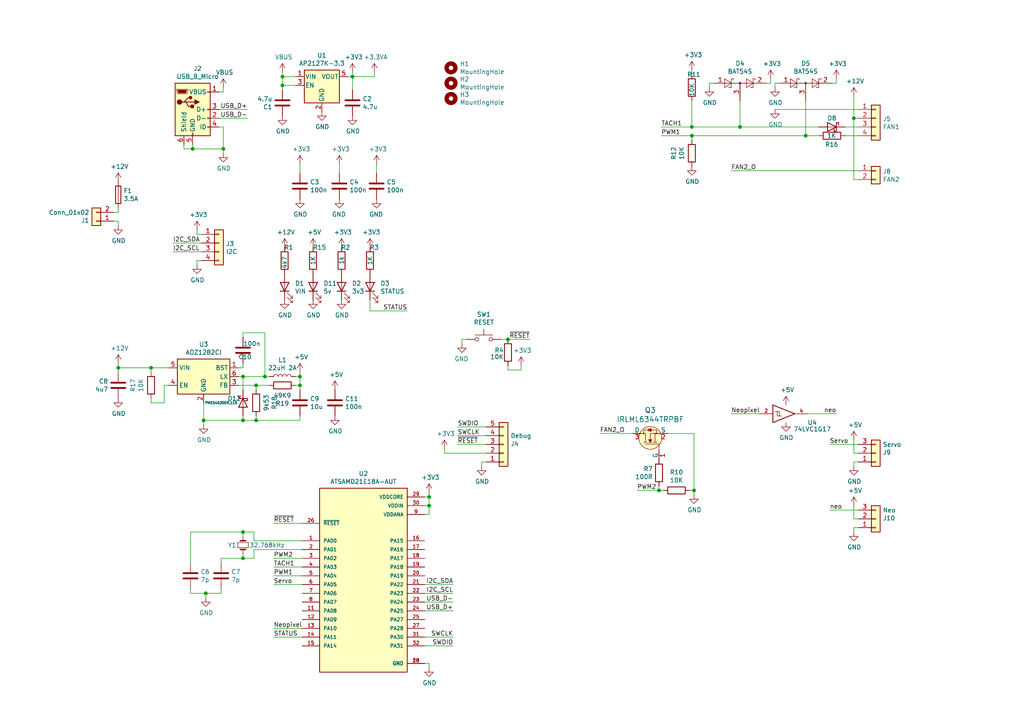
<source format=kicad_sch>
(kicad_sch (version 20211123) (generator eeschema)
  (paper "A4")
  (lib_symbols
    (symbol "74xGxx:74LVC1G17" (pin_names (offset 1.016))
      (property "Reference" "U" (at -2.54 3.81 0))
      (property "Value" "74LVC1G17" (at 0 -3.81 0))
      (symbol "74LVC1G17_1_1"
        (pin input line (at -7.62 0 0) (length 3.81) (name "~") (number "2"))
        (pin power_in line (at 0 -2.54 270) (length 0) hide (name "GND") (number "3"))
        (pin output line (at 6.35 0 180) (length 3.81) (name "~") (number "4"))
        (pin power_in line (at 0 2.54 90) (length 0) hide (name "VCC") (number "5"))
      )
    )
    (symbol "Connector:USB_B_Micro" (pin_names (offset 1.016))
      (property "Reference" "J" (at -5.08 11.43 0))
      (property "Value" "USB_B_Micro" (at -5.08 8.89 0))
      (symbol "USB_B_Micro_1_1"
        (pin power_out line (at 7.62 5.08 180) (length 2.54) (name "VBUS") (number "1"))
        (pin bidirectional line (at 7.62 -2.54 180) (length 2.54) (name "D-") (number "2"))
        (pin bidirectional line (at 7.62 0 180) (length 2.54) (name "D+") (number "3"))
        (pin passive line (at 7.62 -5.08 180) (length 2.54) (name "ID") (number "4"))
        (pin power_out line (at 0 -10.16 90) (length 2.54) (name "GND") (number "5"))
        (pin passive line (at -2.54 -10.16 90) (length 2.54) (name "Shield") (number "6"))
      )
    )
    (symbol "Connector_Generic:Conn_01x02" (pin_names (offset 1.016) hide)
      (property "Reference" "J" (at 0 2.54 0))
      (property "Value" "Conn_01x02" (at 0 -5.08 0))
      (symbol "Conn_01x02_1_1"
        (pin passive line (at -5.08 0 0) (length 3.81) (name "Pin_1") (number "1"))
        (pin passive line (at -5.08 -2.54 0) (length 3.81) (name "Pin_2") (number "2"))
      )
    )
    (symbol "Connector_Generic:Conn_01x03" (pin_names (offset 1.016) hide)
      (property "Reference" "J" (at 0 5.08 0))
      (property "Value" "Conn_01x03" (at 0 -5.08 0))
      (symbol "Conn_01x03_1_1"
        (pin passive line (at -5.08 2.54 0) (length 3.81) (name "Pin_1") (number "1"))
        (pin passive line (at -5.08 0 0) (length 3.81) (name "Pin_2") (number "2"))
        (pin passive line (at -5.08 -2.54 0) (length 3.81) (name "Pin_3") (number "3"))
      )
    )
    (symbol "Connector_Generic:Conn_01x04" (pin_names (offset 1.016) hide)
      (property "Reference" "J" (at 0 5.08 0))
      (property "Value" "Conn_01x04" (at 0 -7.62 0))
      (symbol "Conn_01x04_1_1"
        (pin passive line (at -5.08 2.54 0) (length 3.81) (name "Pin_1") (number "1"))
        (pin passive line (at -5.08 0 0) (length 3.81) (name "Pin_2") (number "2"))
        (pin passive line (at -5.08 -2.54 0) (length 3.81) (name "Pin_3") (number "3"))
        (pin passive line (at -5.08 -5.08 0) (length 3.81) (name "Pin_4") (number "4"))
      )
    )
    (symbol "Connector_Generic:Conn_01x05" (pin_names (offset 1.016) hide)
      (property "Reference" "J" (at 0 7.62 0))
      (property "Value" "Conn_01x05" (at 0 -7.62 0))
      (symbol "Conn_01x05_1_1"
        (pin passive line (at -5.08 5.08 0) (length 3.81) (name "Pin_1") (number "1"))
        (pin passive line (at -5.08 2.54 0) (length 3.81) (name "Pin_2") (number "2"))
        (pin passive line (at -5.08 0 0) (length 3.81) (name "Pin_3") (number "3"))
        (pin passive line (at -5.08 -2.54 0) (length 3.81) (name "Pin_4") (number "4"))
        (pin passive line (at -5.08 -5.08 0) (length 3.81) (name "Pin_5") (number "5"))
      )
    )
    (symbol "Device:C" (pin_numbers hide) (pin_names (offset 0.254))
      (property "Reference" "C" (at 0.635 2.54 0))
      (property "Value" "C" (at 0.635 -2.54 0))
      (symbol "C_1_1"
        (pin passive line (at 0 3.81 270) (length 2.794) (name "~") (number "1"))
        (pin passive line (at 0 -3.81 90) (length 2.794) (name "~") (number "2"))
      )
    )
    (symbol "Device:Crystal_Small" (pin_numbers hide) (pin_names (offset 1.016) hide)
      (property "Reference" "Y" (at 0 2.54 0))
      (property "Value" "Crystal_Small" (at 0 -2.54 0))
      (symbol "Crystal_Small_1_1"
        (pin passive line (at -2.54 0 0) (length 1.27) (name "1") (number "1"))
        (pin passive line (at 2.54 0 180) (length 1.27) (name "2") (number "2"))
      )
    )
    (symbol "Device:D_Schottky" (pin_numbers hide) (pin_names (offset 1.016) hide)
      (property "Reference" "D" (at 0 2.54 0))
      (property "Value" "D_Schottky" (at 0 -2.54 0))
      (symbol "D_Schottky_1_1"
        (pin passive line (at -3.81 0 0) (length 2.54) (name "K") (number "1"))
        (pin passive line (at 3.81 0 180) (length 2.54) (name "A") (number "2"))
      )
    )
    (symbol "Device:Fuse" (pin_numbers hide) (pin_names (offset 0))
      (property "Reference" "F" (at 2.032 0 90))
      (property "Value" "Fuse" (at -1.905 0 90))
      (symbol "Fuse_1_1"
        (pin passive line (at 0 3.81 270) (length 1.27) (name "~") (number "1"))
        (pin passive line (at 0 -3.81 90) (length 1.27) (name "~") (number "2"))
      )
    )
    (symbol "Device:L" (pin_numbers hide) (pin_names (offset 1.016) hide)
      (property "Reference" "L" (at -1.27 0 90))
      (property "Value" "L" (at 1.905 0 90))
      (symbol "L_1_1"
        (pin passive line (at 0 3.81 270) (length 1.27) (name "1") (number "1"))
        (pin passive line (at 0 -3.81 90) (length 1.27) (name "2") (number "2"))
      )
    )
    (symbol "Device:LED" (pin_numbers hide) (pin_names (offset 1.016) hide)
      (property "Reference" "D" (at 0 2.54 0))
      (property "Value" "LED" (at 0 -2.54 0))
      (symbol "LED_1_1"
        (pin passive line (at -3.81 0 0) (length 2.54) (name "K") (number "1"))
        (pin passive line (at 3.81 0 180) (length 2.54) (name "A") (number "2"))
      )
    )
    (symbol "Device:R" (pin_numbers hide) (pin_names (offset 0))
      (property "Reference" "R" (at 2.032 0 90))
      (property "Value" "R" (at 0 0 90))
      (symbol "R_1_1"
        (pin passive line (at 0 3.81 270) (length 1.27) (name "~") (number "1"))
        (pin passive line (at 0 -3.81 90) (length 1.27) (name "~") (number "2"))
      )
    )
    (symbol "Diode:BAT54SW" (pin_names (offset 1.016))
      (property "Reference" "D" (at 0.635 -3.81 0))
      (property "Value" "BAT54SW" (at -6.35 3.175 0))
      (symbol "BAT54SW_1_1"
        (pin passive line (at -7.62 0 0) (length 3.81) (name "~") (number "1"))
        (pin passive line (at 7.62 0 180) (length 3.81) (name "~") (number "2"))
        (pin passive line (at 0 -5.08 90) (length 5.08) (name "~") (number "3"))
      )
    )
    (symbol "Mechanical:MountingHole" (pin_names (offset 1.016))
      (property "Reference" "H" (at 0 5.08 0))
      (property "Value" "MountingHole" (at 0 3.175 0))
    )
    (symbol "NevermoreController-rescue:AOZ1282CI-Regulator_Switching"
      (property "Reference" "U" (at -6.35 -6.35 0))
      (property "Value" "AOZ1282CI-Regulator_Switching" (at -2.54 6.35 0))
      (symbol "AOZ1282CI-Regulator_Switching_1_1"
        (pin input line (at 10.16 2.54 180) (length 2.54) (name "BST") (number "1"))
        (pin power_in line (at 0 -7.62 90) (length 2.54) (name "GND") (number "2"))
        (pin input line (at 10.16 -2.54 180) (length 2.54) (name "FB") (number "3"))
        (pin input line (at -10.16 -2.54 0) (length 2.54) (name "EN") (number "4"))
        (pin power_in line (at -10.16 2.54 0) (length 2.54) (name "VIN") (number "5"))
        (pin power_out line (at 10.16 0 180) (length 2.54) (name "LX") (number "6"))
      )
    )
    (symbol "NevermoreController-rescue:ATSAMD21E18A-AUT-ATSAMD21E18A-AUT" (pin_names (offset 1.016))
      (property "Reference" "U" (at -12.7 26.67 0))
      (property "Value" "ATSAMD21E18A-AUT-ATSAMD21E18A-AUT" (at -12.7 -30.48 0))
      (symbol "ATSAMD21E18A-AUT-ATSAMD21E18A-AUT_0_0"
        (pin bidirectional line (at -17.78 10.16 0) (length 5.08) (name "PA00") (number "1"))
        (pin power_in line (at 17.78 -25.4 180) (length 5.08) (name "GND") (number "10"))
        (pin bidirectional line (at -17.78 -10.16 0) (length 5.08) (name "PA08") (number "11"))
        (pin bidirectional line (at -17.78 -12.7 0) (length 5.08) (name "PA09") (number "12"))
        (pin bidirectional line (at -17.78 -15.24 0) (length 5.08) (name "PA10") (number "13"))
        (pin bidirectional line (at -17.78 -17.78 0) (length 5.08) (name "PA11") (number "14"))
        (pin bidirectional line (at -17.78 -20.32 0) (length 5.08) (name "PA14") (number "15"))
        (pin bidirectional line (at 17.78 10.16 180) (length 5.08) (name "PA15") (number "16"))
        (pin bidirectional line (at 17.78 7.62 180) (length 5.08) (name "PA16") (number "17"))
        (pin bidirectional line (at 17.78 5.08 180) (length 5.08) (name "PA17") (number "18"))
        (pin bidirectional line (at 17.78 2.54 180) (length 5.08) (name "PA18") (number "19"))
        (pin bidirectional line (at -17.78 7.62 0) (length 5.08) (name "PA01") (number "2"))
        (pin bidirectional line (at 17.78 0 180) (length 5.08) (name "PA19") (number "20"))
        (pin bidirectional line (at 17.78 -2.54 180) (length 5.08) (name "PA22") (number "21"))
        (pin bidirectional line (at 17.78 -5.08 180) (length 5.08) (name "PA23") (number "22"))
        (pin bidirectional line (at 17.78 -7.62 180) (length 5.08) (name "PA24") (number "23"))
        (pin bidirectional line (at 17.78 -10.16 180) (length 5.08) (name "PA25") (number "24"))
        (pin bidirectional line (at 17.78 -12.7 180) (length 5.08) (name "PA27") (number "25"))
        (pin input line (at -17.78 15.24 0) (length 5.08) (name "~{RESET}") (number "26"))
        (pin bidirectional line (at 17.78 -15.24 180) (length 5.08) (name "PA28") (number "27"))
        (pin power_in line (at 17.78 -25.4 180) (length 5.08) (name "GND") (number "28"))
        (pin power_in line (at 17.78 22.86 180) (length 5.08) (name "VDDCORE") (number "29"))
        (pin bidirectional line (at -17.78 5.08 0) (length 5.08) (name "PA02") (number "3"))
        (pin power_in line (at 17.78 20.32 180) (length 5.08) (name "VDDIN") (number "30"))
        (pin bidirectional line (at 17.78 -17.78 180) (length 5.08) (name "PA30") (number "31"))
        (pin bidirectional line (at 17.78 -20.32 180) (length 5.08) (name "PA31") (number "32"))
        (pin bidirectional line (at -17.78 2.54 0) (length 5.08) (name "PA03") (number "4"))
        (pin bidirectional line (at -17.78 0 0) (length 5.08) (name "PA04") (number "5"))
        (pin bidirectional line (at -17.78 -2.54 0) (length 5.08) (name "PA05") (number "6"))
        (pin bidirectional line (at -17.78 -5.08 0) (length 5.08) (name "PA06") (number "7"))
        (pin bidirectional line (at -17.78 -7.62 0) (length 5.08) (name "PA07") (number "8"))
        (pin power_in line (at 17.78 17.78 180) (length 5.08) (name "VDDANA") (number "9"))
      )
    )
    (symbol "Regulator_Linear:AP2127K-3.3" (pin_names (offset 0.254))
      (property "Reference" "U" (at -5.08 5.715 0))
      (property "Value" "AP2127K-3.3" (at 0 5.715 0))
      (symbol "AP2127K-3.3_1_1"
        (pin power_in line (at -7.62 2.54 0) (length 2.54) (name "VIN") (number "1"))
        (pin power_in line (at 0 -7.62 90) (length 2.54) (name "GND") (number "2"))
        (pin input line (at -7.62 0 0) (length 2.54) (name "EN") (number "3"))
        (pin no_connect line (at 5.08 0 180) (length 2.54) hide (name "NC") (number "4"))
        (pin power_out line (at 7.62 2.54 180) (length 2.54) (name "VOUT") (number "5"))
      )
    )
    (symbol "Switch:SW_Push" (pin_numbers hide) (pin_names (offset 1.016) hide)
      (property "Reference" "SW" (at 1.27 2.54 0))
      (property "Value" "SW_Push" (at 0 -1.524 0))
      (symbol "SW_Push_0_1"
        (pin passive line (at -5.08 0 0) (length 2.54) (name "1") (number "1"))
        (pin passive line (at 5.08 0 180) (length 2.54) (name "2") (number "2"))
      )
    )
    (symbol "dk_Transistors-FETs-MOSFETs-Single:IRLML6344TRPBF" (pin_names (offset 0))
      (property "Reference" "Q" (at -2.6924 3.6322 0))
      (property "Value" "dk_Transistors-FETs-MOSFETs-Single_IRLML6344TRPBF" (at 3.4544 0 90))
      (symbol "IRLML6344TRPBF_1_1"
        (pin bidirectional line (at -7.62 -2.54 0) (length 2.54) (name "G") (number "1"))
        (pin bidirectional line (at 0 -5.08 90) (length 2.54) (name "S") (number "2"))
        (pin bidirectional line (at 0 5.08 270) (length 2.54) (name "D") (number "3"))
      )
    )
    (symbol "power:+12V" (power) (pin_names (offset 0))
      (property "Value" "+12V" (at 0 3.556 0))
      (symbol "+12V_1_1"
        (pin power_in line (at 0 0 90) (length 0) hide (name "+12V") (number "1"))
      )
    )
    (symbol "power:+3.3VA" (power) (pin_names (offset 0))
      (property "Value" "+3.3VA" (at 0 3.556 0))
      (symbol "+3.3VA_1_1"
        (pin power_in line (at 0 0 90) (length 0) hide (name "+3.3VA") (number "1"))
      )
    )
    (symbol "power:+3V3" (power) (pin_names (offset 0))
      (property "Value" "+3V3" (at 0 3.556 0))
      (symbol "+3V3_1_1"
        (pin power_in line (at 0 0 90) (length 0) hide (name "+3V3") (number "1"))
      )
    )
    (symbol "power:+5V" (power) (pin_names (offset 0))
      (property "Value" "+5V" (at 0 3.556 0))
      (symbol "+5V_1_1"
        (pin power_in line (at 0 0 90) (length 0) hide (name "+5V") (number "1"))
      )
    )
    (symbol "power:GND" (power) (pin_names (offset 0))
      (property "Value" "GND" (at 0 -3.81 0))
      (symbol "GND_1_1"
        (pin power_in line (at 0 0 270) (length 0) hide (name "GND") (number "1"))
      )
    )
    (symbol "power:VBUS" (power) (pin_names (offset 0))
      (property "Value" "VBUS" (at 0 3.81 0))
      (symbol "VBUS_1_1"
        (pin power_in line (at 0 0 90) (length 0) hide (name "VBUS") (number "1"))
      )
    )
  )
  (junction (at 201.295 142.24))
  (junction (at 200.66 36.83))
  (junction (at 233.68 39.37))
  (junction (at 86.995 109.22))
  (junction (at 102.235 22.225))
  (junction (at 74.295 111.76))
  (junction (at 124.46 146.685))
  (junction (at 247.65 34.29))
  (junction (at 59.055 121.92))
  (junction (at 34.29 106.68))
  (junction (at 70.485 154.305))
  (junction (at 64.77 43.18))
  (junction (at 70.485 109.22))
  (junction (at 86.995 111.76))
  (junction (at 55.88 43.18))
  (junction (at 59.69 172.085))
  (junction (at 191.135 142.24))
  (junction (at 81.915 24.765))
  (junction (at 74.295 121.92))
  (junction (at 43.815 106.68))
  (junction (at 200.66 39.37))
  (junction (at 81.915 22.225))
  (junction (at 214.63 36.83))
  (junction (at 147.32 98.425))
  (junction (at 124.46 144.145))
  (junction (at 353.06 124.46))
  (junction (at 70.485 121.92))
  (junction (at 76.835 109.22))
  (junction (at 70.485 161.925))
  (wire (pts (xy 63.5 34.29) (xy 71.755 34.29)))
  (wire (pts (xy 57.15 75.565) (xy 58.42 75.565)))
  (wire (pts (xy 55.245 163.195) (xy 55.245 154.305)))
  (wire (pts (xy 248.92 128.905) (xy 240.665 128.905)))
  (wire (pts (xy 200.66 40.64) (xy 200.66 39.37)))
  (wire (pts (xy 131.445 169.545) (xy 123.19 169.545)))
  (wire (pts (xy 132.715 128.905) (xy 140.97 128.905)))
  (wire (pts (xy 353.06 124.46) (xy 358.14 124.46)))
  (wire (pts (xy 69.215 111.76) (xy 74.295 111.76)))
  (wire (pts (xy 76.835 109.22) (xy 78.105 109.22)))
  (wire (pts (xy 233.68 29.21) (xy 233.68 39.37)))
  (wire (pts (xy 107.315 90.17) (xy 118.11 90.17)))
  (wire (pts (xy 79.375 184.785) (xy 87.63 184.785)))
  (wire (pts (xy 70.485 154.305) (xy 73.66 154.305)))
  (wire (pts (xy 123.19 177.165) (xy 131.445 177.165)))
  (wire (pts (xy 55.245 154.305) (xy 70.485 154.305)))
  (wire (pts (xy 50.165 73.025) (xy 58.42 73.025)))
  (wire (pts (xy 74.295 120.65) (xy 74.295 121.92)))
  (wire (pts (xy 201.295 142.24) (xy 201.295 125.73)))
  (wire (pts (xy 79.375 167.005) (xy 87.63 167.005)))
  (wire (pts (xy 85.725 109.22) (xy 86.995 109.22)))
  (wire (pts (xy 55.245 170.815) (xy 55.245 172.085)))
  (wire (pts (xy 87.63 182.245) (xy 79.375 182.245)))
  (wire (pts (xy 131.445 184.785) (xy 123.19 184.785)))
  (wire (pts (xy 205.74 24.13) (xy 207.01 24.13)))
  (wire (pts (xy 123.19 174.625) (xy 131.445 174.625)))
  (wire (pts (xy 139.7 133.985) (xy 140.97 133.985)))
  (wire (pts (xy 86.995 111.76) (xy 86.995 113.03)))
  (wire (pts (xy 224.79 31.75) (xy 248.92 31.75)))
  (wire (pts (xy 43.815 115.57) (xy 43.815 116.84)))
  (wire (pts (xy 247.65 146.685) (xy 247.65 150.495)))
  (wire (pts (xy 70.485 161.925) (xy 73.66 161.925)))
  (wire (pts (xy 123.19 144.145) (xy 124.46 144.145)))
  (wire (pts (xy 128.905 130.175) (xy 128.905 131.445)))
  (wire (pts (xy 109.22 47.625) (xy 109.22 50.165)))
  (wire (pts (xy 74.295 121.92) (xy 70.485 121.92)))
  (wire (pts (xy 64.77 26.67) (xy 63.5 26.67)))
  (wire (pts (xy 34.29 61.595) (xy 34.29 60.325)))
  (wire (pts (xy 64.135 163.195) (xy 64.135 161.925)))
  (wire (pts (xy 124.46 192.405) (xy 124.46 193.675)))
  (wire (pts (xy 34.29 106.68) (xy 43.815 106.68)))
  (wire (pts (xy 247.65 150.495) (xy 248.92 150.495)))
  (wire (pts (xy 81.915 24.765) (xy 81.915 26.035)))
  (wire (pts (xy 73.66 154.305) (xy 73.66 156.845)))
  (wire (pts (xy 100.965 22.225) (xy 102.235 22.225)))
  (wire (pts (xy 247.65 131.445) (xy 248.92 131.445)))
  (wire (pts (xy 133.985 98.425) (xy 135.255 98.425)))
  (wire (pts (xy 212.09 49.53) (xy 248.92 49.53)))
  (wire (pts (xy 191.77 39.37) (xy 200.66 39.37)))
  (wire (pts (xy 79.375 151.765) (xy 87.63 151.765)))
  (wire (pts (xy 73.66 156.845) (xy 87.63 156.845)))
  (wire (pts (xy 70.485 97.79) (xy 70.485 96.52)))
  (wire (pts (xy 123.19 149.225) (xy 124.46 149.225)))
  (wire (pts (xy 124.46 149.225) (xy 124.46 146.685)))
  (wire (pts (xy 214.63 29.21) (xy 214.63 36.83)))
  (wire (pts (xy 123.19 146.685) (xy 124.46 146.685)))
  (wire (pts (xy 151.13 107.315) (xy 151.13 106.045)))
  (wire (pts (xy 43.815 106.68) (xy 48.895 106.68)))
  (wire (pts (xy 200.025 142.24) (xy 201.295 142.24)))
  (wire (pts (xy 87.63 169.545) (xy 79.375 169.545)))
  (wire (pts (xy 50.165 70.485) (xy 58.42 70.485)))
  (wire (pts (xy 86.995 109.22) (xy 86.995 111.76)))
  (wire (pts (xy 86.995 121.92) (xy 86.995 120.65)))
  (wire (pts (xy 70.485 120.65) (xy 70.485 121.92)))
  (wire (pts (xy 74.295 121.92) (xy 86.995 121.92)))
  (wire (pts (xy 81.915 22.225) (xy 85.725 22.225)))
  (wire (pts (xy 73.66 159.385) (xy 73.66 161.925)))
  (wire (pts (xy 85.725 24.765) (xy 81.915 24.765)))
  (wire (pts (xy 74.295 111.76) (xy 78.105 111.76)))
  (wire (pts (xy 242.57 24.13) (xy 242.57 22.86)))
  (wire (pts (xy 70.485 96.52) (xy 76.835 96.52)))
  (wire (pts (xy 107.315 86.995) (xy 107.315 90.17)))
  (wire (pts (xy 191.77 36.83) (xy 200.66 36.83)))
  (wire (pts (xy 247.65 127.635) (xy 247.65 131.445)))
  (wire (pts (xy 247.65 135.255) (xy 247.65 133.985)))
  (wire (pts (xy 108.585 22.225) (xy 108.585 20.955)))
  (wire (pts (xy 53.34 41.91) (xy 53.34 43.18)))
  (wire (pts (xy 33.02 64.135) (xy 34.29 64.135)))
  (wire (pts (xy 147.32 107.315) (xy 151.13 107.315)))
  (wire (pts (xy 222.25 24.13) (xy 223.52 24.13)))
  (wire (pts (xy 70.485 121.92) (xy 59.055 121.92)))
  (wire (pts (xy 63.5 31.75) (xy 71.755 31.75)))
  (wire (pts (xy 200.66 39.37) (xy 233.68 39.37)))
  (wire (pts (xy 351.79 129.54) (xy 353.06 129.54)))
  (wire (pts (xy 57.15 76.835) (xy 57.15 75.565)))
  (wire (pts (xy 64.135 172.085) (xy 64.135 170.815)))
  (wire (pts (xy 70.485 109.22) (xy 76.835 109.22)))
  (wire (pts (xy 102.235 22.225) (xy 102.235 20.955)))
  (wire (pts (xy 358.14 124.46) (xy 358.14 125.73)))
  (wire (pts (xy 98.425 47.625) (xy 98.425 50.165)))
  (wire (pts (xy 200.66 29.21) (xy 200.66 36.83)))
  (wire (pts (xy 57.15 66.675) (xy 57.15 67.945)))
  (wire (pts (xy 248.92 34.29) (xy 247.65 34.29)))
  (wire (pts (xy 47.625 111.76) (xy 47.625 116.84)))
  (wire (pts (xy 353.06 124.46) (xy 353.06 123.19)))
  (wire (pts (xy 124.46 146.685) (xy 124.46 144.145)))
  (wire (pts (xy 55.245 172.085) (xy 59.69 172.085)))
  (wire (pts (xy 70.485 106.68) (xy 70.485 105.41)))
  (wire (pts (xy 173.99 125.73) (xy 183.515 125.73)))
  (wire (pts (xy 234.315 120.015) (xy 242.57 120.015)))
  (wire (pts (xy 237.49 39.37) (xy 233.68 39.37)))
  (wire (pts (xy 55.88 43.18) (xy 55.88 41.91)))
  (wire (pts (xy 64.77 43.18) (xy 55.88 43.18)))
  (wire (pts (xy 191.135 142.24) (xy 184.785 142.24)))
  (wire (pts (xy 70.485 109.22) (xy 70.485 113.03)))
  (wire (pts (xy 85.725 111.76) (xy 86.995 111.76)))
  (wire (pts (xy 48.895 111.76) (xy 47.625 111.76)))
  (wire (pts (xy 81.915 20.955) (xy 81.915 22.225)))
  (wire (pts (xy 70.485 160.655) (xy 70.485 161.925)))
  (wire (pts (xy 351.79 124.46) (xy 353.06 124.46)))
  (wire (pts (xy 76.835 96.52) (xy 76.835 109.22)))
  (wire (pts (xy 59.055 123.19) (xy 59.055 121.92)))
  (wire (pts (xy 69.215 106.68) (xy 70.485 106.68)))
  (wire (pts (xy 241.3 24.13) (xy 242.57 24.13)))
  (wire (pts (xy 131.445 172.085) (xy 123.19 172.085)))
  (wire (pts (xy 131.445 187.325) (xy 123.19 187.325)))
  (wire (pts (xy 153.67 98.425) (xy 147.32 98.425)))
  (wire (pts (xy 64.77 36.83) (xy 64.77 43.18)))
  (wire (pts (xy 69.215 109.22) (xy 70.485 109.22)))
  (wire (pts (xy 53.34 43.18) (xy 55.88 43.18)))
  (wire (pts (xy 223.52 24.13) (xy 223.52 22.86)))
  (wire (pts (xy 34.29 105.41) (xy 34.29 106.68)))
  (wire (pts (xy 245.11 39.37) (xy 248.92 39.37)))
  (wire (pts (xy 102.235 22.225) (xy 102.235 26.035)))
  (wire (pts (xy 247.65 154.305) (xy 247.65 153.035)))
  (wire (pts (xy 220.345 120.015) (xy 212.09 120.015)))
  (wire (pts (xy 43.815 116.84) (xy 47.625 116.84)))
  (wire (pts (xy 86.995 47.625) (xy 86.995 50.165)))
  (wire (pts (xy 128.905 131.445) (xy 140.97 131.445)))
  (wire (pts (xy 191.135 142.24) (xy 192.405 142.24)))
  (wire (pts (xy 147.32 106.045) (xy 147.32 107.315)))
  (wire (pts (xy 79.375 164.465) (xy 87.63 164.465)))
  (wire (pts (xy 247.65 153.035) (xy 248.92 153.035)))
  (wire (pts (xy 102.235 22.225) (xy 108.585 22.225)))
  (wire (pts (xy 191.135 140.97) (xy 191.135 142.24)))
  (wire (pts (xy 81.915 22.225) (xy 81.915 24.765)))
  (wire (pts (xy 74.295 113.03) (xy 74.295 111.76)))
  (wire (pts (xy 64.77 25.4) (xy 64.77 26.67)))
  (wire (pts (xy 132.715 126.365) (xy 140.97 126.365)))
  (wire (pts (xy 133.985 98.425) (xy 133.985 99.695)))
  (wire (pts (xy 248.92 147.955) (xy 240.665 147.955)))
  (wire (pts (xy 247.65 133.985) (xy 248.92 133.985)))
  (wire (pts (xy 245.11 36.83) (xy 248.92 36.83)))
  (wire (pts (xy 123.19 192.405) (xy 124.46 192.405)))
  (wire (pts (xy 124.46 144.145) (xy 124.46 142.875)))
  (wire (pts (xy 79.375 161.925) (xy 87.63 161.925)))
  (wire (pts (xy 64.77 43.18) (xy 64.77 44.45)))
  (wire (pts (xy 33.02 61.595) (xy 34.29 61.595)))
  (wire (pts (xy 43.815 106.68) (xy 43.815 107.95)))
  (wire (pts (xy 59.69 172.085) (xy 64.135 172.085)))
  (wire (pts (xy 353.06 129.54) (xy 353.06 124.46)))
  (wire (pts (xy 200.66 20.32) (xy 200.66 21.59)))
  (wire (pts (xy 248.92 52.07) (xy 247.65 52.07)))
  (wire (pts (xy 64.135 161.925) (xy 70.485 161.925)))
  (wire (pts (xy 201.295 142.24) (xy 201.295 143.51)))
  (wire (pts (xy 86.995 109.22) (xy 86.995 107.95)))
  (wire (pts (xy 224.79 25.4) (xy 224.79 24.13)))
  (wire (pts (xy 247.65 27.94) (xy 247.65 34.29)))
  (wire (pts (xy 205.74 25.4) (xy 205.74 24.13)))
  (wire (pts (xy 63.5 36.83) (xy 64.77 36.83)))
  (wire (pts (xy 237.49 36.83) (xy 214.63 36.83)))
  (wire (pts (xy 59.055 116.84) (xy 59.055 121.92)))
  (wire (pts (xy 132.715 123.825) (xy 140.97 123.825)))
  (wire (pts (xy 70.485 155.575) (xy 70.485 154.305)))
  (wire (pts (xy 57.15 67.945) (xy 58.42 67.945)))
  (wire (pts (xy 200.66 36.83) (xy 214.63 36.83)))
  (wire (pts (xy 59.69 173.355) (xy 59.69 172.085)))
  (wire (pts (xy 34.29 106.68) (xy 34.29 107.95)))
  (wire (pts (xy 34.29 64.135) (xy 34.29 65.405)))
  (wire (pts (xy 247.65 34.29) (xy 247.65 52.07)))
  (wire (pts (xy 139.7 135.255) (xy 139.7 133.985)))
  (wire (pts (xy 224.79 24.13) (xy 226.06 24.13)))
  (wire (pts (xy 201.295 125.73) (xy 193.675 125.73)))
  (wire (pts (xy 147.32 98.425) (xy 145.415 98.425)))
  (wire (pts (xy 73.66 159.385) (xy 87.63 159.385)))
  (label "TACH1" (at 79.375 164.465 0))
  (label "STATUS" (at 118.11 90.17 180))
  (label "PWM1" (at 79.375 167.005 0))
  (label "neo" (at 242.57 120.015 180))
  (label "~{RESET}" (at 79.375 151.765 0))
  (label "SWDIO" (at 131.445 187.325 180))
  (label "I2C_SCL" (at 50.165 73.025 0))
  (label "SWCLK" (at 132.715 126.365 0))
  (label "~{RESET}" (at 132.715 128.905 0))
  (label "USB_D+" (at 71.755 31.75 180))
  (label "Neopixel" (at 212.09 120.015 0))
  (label "USB_D-" (at 131.445 174.625 180))
  (label "PWM2" (at 184.785 142.24 0))
  (label "PWM1" (at 191.77 39.37 0))
  (label "STATUS" (at 79.375 184.785 0))
  (label "SWDIO" (at 132.715 123.825 0))
  (label "I2C_SDA" (at 131.445 169.545 180))
  (label "~{RESET}" (at 153.67 98.425 180))
  (label "neo" (at 240.665 147.955 0))
  (label "Servo" (at 240.665 128.905 0))
  (label "USB_D+" (at 131.445 177.165 180))
  (label "PWM2" (at 79.375 161.925 0))
  (label "Neopixel" (at 79.375 182.245 0))
  (label "TACH1" (at 191.77 36.83 0))
  (label "FAN2_O" (at 173.99 125.73 0))
  (label "Servo" (at 79.375 169.545 0))
  (label "FAN2_O" (at 212.09 49.53 0))
  (label "SWCLK" (at 131.445 184.785 180))
  (label "I2C_SCL" (at 131.445 172.085 180))
  (label "I2C_SDA" (at 50.165 70.485 0))
  (label "USB_D-" (at 71.755 34.29 180))
  (symbol (lib_id "power:+12V") (at 247.65 27.94 0) (unit 1)
    (property "Reference" "#PWR050" (effects hide))
    (property "Value" "+12V" (at 248.031 23.5458 0))
  )
  (symbol (lib_id "Connector_Generic:Conn_01x04") (at 254 34.29 0) (unit 1)
    (property "Reference" "J5" (at 256.032 34.4932 0) (effects (justify left)))
    (property "Value" "FAN1" (at 256.032 36.8046 0) (effects (justify left)))
    (property "Footprint" "Connector_JST:JST_PH_S4B-PH-SM4-TB_1x04-1MP_P2.00mm_Horizontal" (effects hide))
    (property "Datasheet" "http://www.jst-mfg.com/product/pdf/eng/ePH.pdf" (effects hide))
    (property "MPN" "S4B-PH-SM4-TB(LF)(SN)" (effects hide))
  )
  (symbol (lib_id "Diode:BAT54SW") (at 233.68 24.13 0) (unit 1)
    (property "Reference" "D5" (at 233.68 18.415 0))
    (property "Value" "BAT54S" (at 233.68 20.7264 0))
    (property "Footprint" "Package_TO_SOT_SMD:SOT-23" (effects hide))
    (property "Datasheet" "https://assets.nexperia.com/documents/data-sheet/BAT54W_SER.pdf" (effects hide))
    (property "MPN" "‎BAT54S-E3-18‎" (effects hide))
  )
  (symbol (lib_id "power:+3V3") (at 242.57 22.86 0) (unit 1)
    (property "Reference" "#PWR047" (effects hide))
    (property "Value" "+3V3" (at 242.951 18.4658 0))
  )
  (symbol (lib_id "power:GND") (at 224.79 25.4 0) (unit 1)
    (property "Reference" "#PWR043" (effects hide))
    (property "Value" "GND" (at 224.917 29.7942 0))
  )
  (symbol (lib_id "Device:R") (at 241.3 39.37 90) (unit 1)
    (property "Reference" "R16" (at 243.205 41.91 90) (effects (justify left)))
    (property "Value" "1K" (at 242.57 39.37 90) (effects (justify left)))
    (property "Footprint" "Resistor_SMD:R_0805_2012Metric" (effects hide))
  )
  (symbol (lib_id "Diode:BAT54SW") (at 214.63 24.13 0) (unit 1)
    (property "Reference" "D4" (at 214.63 18.415 0))
    (property "Value" "BAT54S" (at 214.63 20.7264 0))
    (property "Footprint" "Package_TO_SOT_SMD:SOT-23" (effects hide))
    (property "Datasheet" "https://assets.nexperia.com/documents/data-sheet/BAT54W_SER.pdf" (effects hide))
    (property "MPN" "‎BAT54S-E3-18‎" (effects hide))
  )
  (symbol (lib_id "power:+3V3") (at 223.52 22.86 0) (unit 1)
    (property "Reference" "#PWR042" (effects hide))
    (property "Value" "+3V3" (at 223.901 18.4658 0))
  )
  (symbol (lib_id "power:GND") (at 205.74 25.4 0) (unit 1)
    (property "Reference" "#PWR039" (effects hide))
    (property "Value" "GND" (at 205.867 29.7942 0))
  )
  (symbol (lib_id "Device:R") (at 200.66 25.4 180) (unit 1)
    (property "Reference" "R11" (at 203.2 21.59 0) (effects (justify left)))
    (property "Value" "10K" (at 200.66 24.13 90) (effects (justify left)))
    (property "Footprint" "Resistor_SMD:R_0805_2012Metric" (effects hide))
  )
  (symbol (lib_id "power:+3V3") (at 200.66 20.32 0) (unit 1)
    (property "Reference" "#PWR034" (effects hide))
    (property "Value" "+3V3" (at 201.041 15.9258 0))
  )
  (symbol (lib_id "Device:Fuse") (at 34.29 56.515 0) (unit 1)
    (property "Reference" "F1" (at 35.814 55.3466 0) (effects (justify left)))
    (property "Value" "3.5A" (at 35.814 57.658 0) (effects (justify left)))
    (property "Footprint" "Fuse:Fuse_0805_2012Metric_Pad1.15x1.40mm_HandSolder" (effects hide))
    (property "Datasheet" "https://www.vishay.com/docs/28747/mfuserie.pdf" (effects hide))
    (property "MPN" "MFU0805FF03500P100" (effects hide))
  )
  (symbol (lib_id "Connector_Generic:Conn_01x02") (at 27.94 64.135 180) (unit 1)
    (property "Reference" "J1" (at 25.908 63.9318 0) (effects (justify left)))
    (property "Value" "Conn_01x02" (at 25.908 61.6204 0) (effects (justify left)))
    (property "Footprint" "Connector_Molex:Molex_Nano-Fit_105313-xx02_1x02_P2.50mm_Horizontal" (effects hide))
    (property "Datasheet" "http://www.literature.molex.com/SQLImages/kelmscott/Molex/PDF_Images/987651-1223.PDF" (effects hide))
    (property "MPN" "105313xx02" (effects hide))
  )
  (symbol (lib_id "Connector:USB_B_Micro") (at 55.88 31.75 0) (unit 1)
    (property "Reference" "J2" (at 57.3278 19.8882 0))
    (property "Value" "USB_B_Micro" (at 57.3278 22.1996 0))
    (property "Footprint" "Connector_USB:USB_Micro-B_Molex-105017-0001" (effects hide))
    (property "MPN" "1050170001" (effects hide))
  )
  (symbol (lib_id "power:GND") (at 34.29 65.405 0) (unit 1)
    (property "Reference" "#PWR02" (effects hide))
    (property "Value" "GND" (at 34.417 69.7992 0))
  )
  (symbol (lib_id "power:GND") (at 64.77 44.45 0) (unit 1)
    (property "Reference" "#PWR09" (effects hide))
    (property "Value" "GND" (at 64.897 48.8442 0))
  )
  (symbol (lib_id "Mechanical:MountingHole") (at 130.81 19.685 0) (unit 1)
    (property "Reference" "H1" (at 133.35 18.5166 0) (effects (justify left)))
    (property "Value" "MountingHole" (at 133.35 20.828 0) (effects (justify left)))
    (property "Footprint" "MountingHole:MountingHole_3.2mm_M3" (effects hide))
  )
  (symbol (lib_id "Mechanical:MountingHole") (at 130.81 24.13 0) (unit 1)
    (property "Reference" "H2" (at 133.35 22.9616 0) (effects (justify left)))
    (property "Value" "MountingHole" (at 133.35 25.273 0) (effects (justify left)))
    (property "Footprint" "MountingHole:MountingHole_3.2mm_M3" (effects hide))
  )
  (symbol (lib_id "power:+12V") (at 34.29 52.705 0) (unit 1)
    (property "Reference" "#PWR01" (effects hide))
    (property "Value" "+12V" (at 34.671 48.3108 0))
  )
  (symbol (lib_id "power:GND") (at 200.66 48.26 0) (unit 1)
    (property "Reference" "#PWR035" (effects hide))
    (property "Value" "GND" (at 200.787 52.6542 0))
  )
  (symbol (lib_id "Device:R") (at 200.66 44.45 180) (unit 1)
    (property "Reference" "R12" (at 195.4022 44.45 90))
    (property "Value" "10K" (at 197.7136 44.45 90))
    (property "Footprint" "Resistor_SMD:R_0805_2012Metric" (effects hide))
  )
  (symbol (lib_id "Connector_Generic:Conn_01x02") (at 254 49.53 0) (unit 1)
    (property "Reference" "J8" (at 256.032 49.7332 0) (effects (justify left)))
    (property "Value" "FAN2" (at 256.032 52.0446 0) (effects (justify left)))
    (property "Footprint" "Connector_JST:JST_PH_S2B-PH-SM4-TB_1x02-1MP_P2.00mm_Horizontal" (effects hide))
    (property "Datasheet" "http://www.jst-mfg.com/product/pdf/eng/ePH.pdf" (effects hide))
    (property "MPN" "S2B-PH-SM4-TB(LF)(SN)" (effects hide))
  )
  (symbol (lib_id "power:+3V3") (at 86.995 47.625 0) (unit 1)
    (property "Reference" "#PWR014" (effects hide))
    (property "Value" "+3V3" (at 87.376 43.2308 0))
  )
  (symbol (lib_id "Device:C") (at 98.425 53.975 0) (unit 1)
    (property "Reference" "C4" (at 101.346 52.8066 0) (effects (justify left)))
    (property "Value" "100n" (at 101.346 55.118 0) (effects (justify left)))
    (property "Footprint" "Capacitor_SMD:C_0805_2012Metric" (effects hide))
  )
  (symbol (lib_id "power:GND") (at 86.995 57.785 0) (unit 1)
    (property "Reference" "#PWR015" (effects hide))
    (property "Value" "GND" (at 87.122 62.1792 0))
  )
  (symbol (lib_id "power:GND") (at 98.425 57.785 0) (mirror y) (unit 1)
    (property "Reference" "#PWR019" (effects hide))
    (property "Value" "GND" (at 98.298 62.1792 0))
  )
  (symbol (lib_id "Device:C") (at 86.995 53.975 0) (unit 1)
    (property "Reference" "C3" (at 89.916 52.8066 0) (effects (justify left)))
    (property "Value" "100n" (at 89.916 55.118 0) (effects (justify left)))
    (property "Footprint" "Capacitor_SMD:C_0805_2012Metric" (effects hide))
  )
  (symbol (lib_id "power:+3V3") (at 57.15 66.675 0) (unit 1)
    (property "Reference" "#PWR05" (effects hide))
    (property "Value" "+3V3" (at 57.531 62.2808 0))
  )
  (symbol (lib_id "power:GND") (at 57.15 76.835 0) (unit 1)
    (property "Reference" "#PWR06" (effects hide))
    (property "Value" "GND" (at 57.277 81.2292 0))
  )
  (symbol (lib_id "power:+3V3") (at 151.13 106.045 0) (unit 1)
    (property "Reference" "#PWR016" (effects hide))
    (property "Value" "+3V3" (at 151.511 101.6508 0))
  )
  (symbol (lib_id "Device:R") (at 147.32 102.235 0) (mirror x) (unit 1)
    (property "Reference" "R4" (at 144.78 101.6 0))
    (property "Value" "10K" (at 144.145 103.505 0))
    (property "Footprint" "Resistor_SMD:R_0805_2012Metric" (effects hide))
  )
  (symbol (lib_id "power:GND") (at 133.985 99.695 0) (mirror y) (unit 1)
    (property "Reference" "#PWR011" (effects hide))
    (property "Value" "GND" (at 133.858 104.0892 0))
  )
  (symbol (lib_id "Switch:SW_Push") (at 140.335 98.425 0) (unit 1)
    (property "Reference" "SW1" (at 140.335 91.186 0))
    (property "Value" "RESET" (at 140.335 93.4974 0))
    (property "Footprint" "Button_Switch_SMD:Panasonic_EVQPUL_EVQPUC" (effects hide))
  )
  (symbol (lib_id "Connector_Generic:Conn_01x05") (at 146.05 128.905 0) (mirror x) (unit 1)
    (property "Reference" "J4" (at 148.082 128.7018 0) (effects (justify left)))
    (property "Value" "Debug" (at 148.082 126.3904 0) (effects (justify left)))
    (property "Footprint" "Connector_PinHeader_2.54mm:PinHeader_1x05_P2.54mm_Vertical" (effects hide))
    (property "Datasheet" "http://www.jst-mfg.com/product/pdf/eng/ePH.pdf" (effects hide))
  )
  (symbol (lib_id "power:+3V3") (at 128.905 130.175 0) (unit 1)
    (property "Reference" "#PWR027" (effects hide))
    (property "Value" "+3V3" (at 129.286 125.7808 0))
  )
  (symbol (lib_id "power:GND") (at 139.7 135.255 0) (unit 1)
    (property "Reference" "#PWR030" (effects hide))
    (property "Value" "GND" (at 139.827 139.6492 0))
  )
  (symbol (lib_id "NevermoreController-rescue:ATSAMD21E18A-AUT-ATSAMD21E18A-AUT") (at 105.41 167.005 0) (unit 1)
    (property "Reference" "U2" (at 105.41 137.3632 0))
    (property "Value" "ATSAMD21E18A-AUT" (at 105.41 139.6746 0))
    (property "Footprint" "Package_QFP:TQFP-32_7x7mm_P0.8mm" (effects hide))
    (property "A1_MIN" "0.1" (effects hide))
    (property "D_MAX" "9.25" (effects hide))
    (property "SNAPEDA_PACKAGE_ID" "23132" (effects hide))
    (property "D1_MIN" "6.9" (effects hide))
    (property "L_NOM" "0.6" (effects hide))
    (property "E1_MIN" "6.9" (effects hide))
    (property "L_MIN" "0.45" (effects hide))
    (property "L_MAX" "0.75" (effects hide))
    (property "D1_MAX" "7.1" (effects hide))
    (property "B_NOM" "0.375" (effects hide))
    (property "D_NOM" "9.0" (effects hide))
    (property "D_MIN" "8.75" (effects hide))
    (property "STANDARD" "IPC 7351B" (effects hide))
    (property "PIN_COUNT_E" "8.0" (effects hide))
    (property "B_MAX" "0.45" (effects hide))
    (property "A_MAX" "1.2" (effects hide))
    (property "E_MIN" "8.75" (effects hide))
    (property "E1_NOM" "7.0" (effects hide))
    (property "D1_NOM" "7.0" (effects hide))
    (property "E_NOM" "9.0" (effects hide))
    (property "D2_NOM" "0.0" (effects hide))
    (property "ENOM" "0.8" (effects hide))
    (property "E1_MAX" "7.1" (effects hide))
    (property "PIN_COUNT_D" "8.0" (effects hide))
    (property "E_MAX" "9.25" (effects hide))
    (property "MANUFACTURER" "Microchip" (effects hide))
    (property "E2_NOM" "0.0" (effects hide))
    (property "B_MIN" "0.3" (effects hide))
  )
  (symbol (lib_id "dk_Transistors-FETs-MOSFETs-Single:IRLML6344TRPBF") (at 188.595 125.73 90) (unit 1)
    (property "Reference" "Q3" (at 188.595 118.9482 90) (effects (font (size 1.524 1.524))))
    (property "Value" "IRLML6344TRPBF" (at 188.595 121.6406 90) (effects (font (size 1.524 1.524))))
    (property "Footprint" "digikey-footprints:SOT-23-3" (effects hide))
    (property "Datasheet" "https://www.infineon.com/dgdl/irlml6344pbf.pdf?fileId=5546d462533600a4015356689c44262c" (effects hide))
    (property "Digi-Key_PN" "IRLML6344TRPBFCT-ND" (effects hide))
    (property "MPN" "IRLML6344TRPBF" (effects hide))
    (property "Category" "Discrete Semiconductor Products" (effects hide))
    (property "Family" "Transistors - FETs, MOSFETs - Single" (effects hide))
    (property "DK_Datasheet_Link" "https://www.infineon.com/dgdl/irlml6344pbf.pdf?fileId=5546d462533600a4015356689c44262c" (effects hide))
    (property "DK_Detail_Page" "/product-detail/en/infineon-technologies/IRLML6344TRPBF/IRLML6344TRPBFCT-ND/2538168" (effects hide))
    (property "Description" "MOSFET N-CH 30V 5A SOT23" (effects hide))
    (property "Manufacturer" "Infineon Technologies" (effects hide))
    (property "Status" "Active" (effects hide))
  )
  (symbol (lib_id "power:GND") (at 201.295 143.51 0) (unit 1)
    (property "Reference" "#PWR038" (effects hide))
    (property "Value" "GND" (at 201.422 147.9042 0))
  )
  (symbol (lib_id "Device:R") (at 191.135 137.16 0) (unit 1)
    (property "Reference" "R7" (at 189.357 135.9916 0) (effects (justify right)))
    (property "Value" "100R" (at 189.357 138.303 0) (effects (justify right)))
    (property "Footprint" "Resistor_SMD:R_0805_2012Metric" (effects hide))
  )
  (symbol (lib_id "Device:R") (at 196.215 142.24 90) (unit 1)
    (property "Reference" "R10" (at 196.215 136.9822 90))
    (property "Value" "10K" (at 196.215 139.2936 90))
    (property "Footprint" "Resistor_SMD:R_0805_2012Metric" (effects hide))
  )
  (symbol (lib_id "Device:LED") (at 82.55 83.185 90) (unit 1)
    (property "Reference" "D1" (at 85.5472 82.1944 90) (effects (justify right)))
    (property "Value" "VIN" (at 85.5472 84.5058 90) (effects (justify right)))
    (property "Footprint" "LED_SMD:LED_0805_2012Metric" (effects hide))
  )
  (symbol (lib_id "power:+12V") (at 82.55 71.755 0) (unit 1)
    (property "Reference" "#PWR03" (effects hide))
    (property "Value" "+12V" (at 82.931 67.3608 0))
  )
  (symbol (lib_id "power:GND") (at 82.55 86.995 0) (unit 1)
    (property "Reference" "#PWR04" (effects hide))
    (property "Value" "GND" (at 82.677 91.3892 0))
  )
  (symbol (lib_id "Device:R") (at 82.55 75.565 180) (unit 1)
    (property "Reference" "R1" (at 85.09 71.755 0) (effects (justify left)))
    (property "Value" "4k7" (at 82.55 74.295 90) (effects (justify left)))
    (property "Footprint" "Resistor_SMD:R_0805_2012Metric" (effects hide))
  )
  (symbol (lib_id "Device:LED") (at 107.315 83.185 90) (unit 1)
    (property "Reference" "D3" (at 110.3122 82.1944 90) (effects (justify right)))
    (property "Value" "STATUS" (at 110.3122 84.5058 90) (effects (justify right)))
    (property "Footprint" "LED_SMD:LED_0805_2012Metric" (effects hide))
  )
  (symbol (lib_id "Device:R") (at 107.315 75.565 0) (mirror x) (unit 1)
    (property "Reference" "R3" (at 108.585 71.755 0))
    (property "Value" "1K" (at 107.315 75.565 90))
    (property "Footprint" "Resistor_SMD:R_0805_2012Metric" (effects hide))
  )
  (symbol (lib_id "power:+3V3") (at 107.315 71.755 0) (unit 1)
    (property "Reference" "#PWR010" (effects hide))
    (property "Value" "+3V3" (at 107.696 67.3608 0))
  )
  (symbol (lib_id "power:+3V3") (at 124.46 142.875 0) (unit 1)
    (property "Reference" "#PWR025" (effects hide))
    (property "Value" "+3V3" (at 124.841 138.4808 0))
  )
  (symbol (lib_id "power:+3V3") (at 98.425 47.625 0) (unit 1)
    (property "Reference" "#PWR018" (effects hide))
    (property "Value" "+3V3" (at 98.806 43.2308 0))
  )
  (symbol (lib_id "Device:C") (at 109.22 53.975 0) (unit 1)
    (property "Reference" "C5" (at 112.141 52.8066 0) (effects (justify left)))
    (property "Value" "100n" (at 112.141 55.118 0) (effects (justify left)))
    (property "Footprint" "Capacitor_SMD:C_0805_2012Metric" (effects hide))
  )
  (symbol (lib_id "power:GND") (at 109.22 57.785 0) (mirror y) (unit 1)
    (property "Reference" "#PWR024" (effects hide))
    (property "Value" "GND" (at 109.093 62.1792 0))
  )
  (symbol (lib_id "power:+3V3") (at 109.22 47.625 0) (unit 1)
    (property "Reference" "#PWR023" (effects hide))
    (property "Value" "+3V3" (at 109.601 43.2308 0))
  )
  (symbol (lib_id "Device:D_Schottky") (at 241.3 36.83 0) (mirror y) (unit 1)
    (property "Reference" "D8" (at 241.3 34.29 0))
    (property "Value" "D_Schottky" (effects hide))
    (property "Footprint" "Diode_SMD:D_SOD-323_HandSoldering" (effects hide))
    (property "Digi-Key_PN" "1727-3561-1-ND" (effects hide))
    (property "MPN" "1PS76SB10,115" (effects hide))
  )
  (symbol (lib_id "Regulator_Linear:AP2127K-3.3") (at 93.345 24.765 0) (unit 1)
    (property "Reference" "U1" (at 93.345 16.0782 0))
    (property "Value" "AP2127K-3.3" (at 93.345 18.3896 0))
    (property "Footprint" "Package_TO_SOT_SMD:SOT-23-5" (effects hide))
    (property "Datasheet" "https://www.diodes.com/assets/Datasheets/AP2127.pdf" (effects hide))
  )
  (symbol (lib_id "Device:C") (at 102.235 29.845 0) (unit 1)
    (property "Reference" "C2" (at 105.156 28.6766 0) (effects (justify left)))
    (property "Value" "4.7u" (at 105.156 30.988 0) (effects (justify left)))
    (property "Footprint" "Capacitor_SMD:C_0805_2012Metric" (effects hide))
  )
  (symbol (lib_id "Device:C") (at 81.915 29.845 0) (unit 1)
    (property "Reference" "C1" (at 78.994 31.0134 0) (effects (justify right)))
    (property "Value" "4.7u" (at 78.994 28.702 0) (effects (justify right)))
    (property "Footprint" "Capacitor_SMD:C_0805_2012Metric" (effects hide))
  )
  (symbol (lib_id "power:VBUS") (at 81.915 20.955 0) (unit 1)
    (property "Reference" "#PWR012" (effects hide))
    (property "Value" "VBUS" (at 82.296 16.5608 0))
  )
  (symbol (lib_id "power:GND") (at 102.235 33.655 0) (unit 1)
    (property "Reference" "#PWR021" (effects hide))
    (property "Value" "GND" (at 102.362 38.0492 0))
  )
  (symbol (lib_id "power:GND") (at 93.345 32.385 0) (unit 1)
    (property "Reference" "#PWR017" (effects hide))
    (property "Value" "GND" (at 93.472 36.7792 0))
  )
  (symbol (lib_id "power:GND") (at 81.915 33.655 0) (unit 1)
    (property "Reference" "#PWR013" (effects hide))
    (property "Value" "GND" (at 82.042 38.0492 0))
  )
  (symbol (lib_id "power:+3V3") (at 102.235 20.955 0) (unit 1)
    (property "Reference" "#PWR020" (effects hide))
    (property "Value" "+3V3" (at 102.616 16.5608 0))
  )
  (symbol (lib_id "power:+3.3VA") (at 108.585 20.955 0) (unit 1)
    (property "Reference" "#PWR022" (effects hide))
    (property "Value" "+3.3VA" (at 108.966 16.5608 0))
  )
  (symbol (lib_id "power:VBUS") (at 64.77 25.4 0) (unit 1)
    (property "Reference" "#PWR0101" (effects hide))
    (property "Value" "VBUS" (at 65.151 21.0058 0))
  )
  (symbol (lib_id "power:GND") (at 124.46 193.675 0) (unit 1)
    (property "Reference" "#PWR026" (effects hide))
    (property "Value" "GND" (at 124.587 198.0692 0))
  )
  (symbol (lib_id "power:GND") (at 224.79 31.75 0) (unit 1)
    (property "Reference" "#PWR044" (effects hide))
    (property "Value" "GND" (at 224.917 36.1442 0))
  )
  (symbol (lib_id "Device:LED") (at 99.06 83.185 90) (unit 1)
    (property "Reference" "D2" (at 102.0572 82.1944 90) (effects (justify right)))
    (property "Value" "3v3" (at 102.0572 84.5058 90) (effects (justify right)))
    (property "Footprint" "LED_SMD:LED_0805_2012Metric" (effects hide))
  )
  (symbol (lib_id "power:GND") (at 99.06 86.995 0) (unit 1)
    (property "Reference" "#PWR08" (effects hide))
    (property "Value" "GND" (at 99.187 91.3892 0))
  )
  (symbol (lib_id "Device:R") (at 99.06 75.565 180) (unit 1)
    (property "Reference" "R2" (at 101.6 71.755 0) (effects (justify left)))
    (property "Value" "1k" (at 99.06 74.295 90) (effects (justify left)))
    (property "Footprint" "Resistor_SMD:R_0805_2012Metric" (effects hide))
  )
  (symbol (lib_id "power:+3V3") (at 99.06 71.755 0) (unit 1)
    (property "Reference" "#PWR07" (effects hide))
    (property "Value" "+3V3" (at 99.441 67.3608 0))
  )
  (symbol (lib_id "Connector_Generic:Conn_01x04") (at 63.5 70.485 0) (unit 1)
    (property "Reference" "J3" (at 65.532 70.6882 0) (effects (justify left)))
    (property "Value" "I2C" (at 65.532 72.9996 0) (effects (justify left)))
    (property "Footprint" "Connector_JST:JST_PH_S4B-PH-SM4-TB_1x04-1MP_P2.00mm_Horizontal" (effects hide))
    (property "Datasheet" "http://www.jst-mfg.com/product/pdf/eng/ePH.pdf" (effects hide))
    (property "MPN" "S4B-PH-SM4-TB(LF)(SN)" (effects hide))
  )
  (symbol (lib_id "Connector_Generic:Conn_01x03") (at 254 131.445 0) (mirror x) (unit 1)
    (property "Reference" "J9" (at 256.032 131.2418 0) (effects (justify left)))
    (property "Value" "Servo" (at 256.032 128.9304 0) (effects (justify left)))
    (property "Footprint" "Connector_JST:JST_PH_S3B-PH-SM4-TB_1x03-1MP_P2.00mm_Horizontal" (effects hide))
    (property "Datasheet" "http://www.jst-mfg.com/product/pdf/eng/ePH.pdf" (effects hide))
    (property "MPN" "S3B-PH-SM4-TB(LF)(SN)" (effects hide))
  )
  (symbol (lib_id "Connector_Generic:Conn_01x03") (at 254 150.495 0) (mirror x) (unit 1)
    (property "Reference" "J10" (at 256.032 150.2918 0) (effects (justify left)))
    (property "Value" "Neo" (at 256.032 147.9804 0) (effects (justify left)))
    (property "Footprint" "Connector_JST:JST_PH_S3B-PH-SM4-TB_1x03-1MP_P2.00mm_Horizontal" (effects hide))
    (property "Datasheet" "http://www.jst-mfg.com/product/pdf/eng/ePH.pdf" (effects hide))
    (property "MPN" "S3B-PH-SM4-TB(LF)(SN)" (effects hide))
  )
  (symbol (lib_id "74xGxx:74LVC1G17") (at 227.965 120.015 0) (unit 1)
    (property "Reference" "U4" (at 235.585 122.555 0))
    (property "Value" "74LVC1G17" (at 235.585 124.46 0))
    (property "Footprint" "digikey-footprints:SOT-753" (effects hide))
    (property "Datasheet" "http://www.ti.com/lit/sg/scyt129e/scyt129e.pdf" (effects hide))
  )
  (symbol (lib_id "Device:LED") (at 90.805 83.185 90) (unit 1)
    (property "Reference" "D11" (at 93.8022 82.1944 90) (effects (justify right)))
    (property "Value" "5v" (at 93.8022 84.5058 90) (effects (justify right)))
    (property "Footprint" "LED_SMD:LED_0805_2012Metric" (effects hide))
  )
  (symbol (lib_id "Device:R") (at 90.805 75.565 0) (mirror x) (unit 1)
    (property "Reference" "R15" (at 92.71 71.755 0))
    (property "Value" "1K" (at 90.805 75.565 90))
    (property "Footprint" "Resistor_SMD:R_0805_2012Metric" (effects hide))
  )
  (symbol (lib_id "power:+5V") (at 90.805 71.755 0) (unit 1)
    (property "Reference" "#PWR0103" (effects hide))
    (property "Value" "+5V" (at 91.186 67.3608 0))
  )
  (symbol (lib_id "power:GND") (at 90.805 86.995 0) (unit 1)
    (property "Reference" "#PWR0104" (effects hide))
    (property "Value" "GND" (at 90.932 91.3892 0))
  )
  (symbol (lib_id "Device:Crystal_Small") (at 70.485 158.115 270) (unit 1)
    (property "Reference" "Y1" (at 67.31 158.115 90))
    (property "Value" "32.768kHz" (at 77.47 158.115 90))
    (property "Footprint" "Crystal:Crystal_SMD_2012-2Pin_2.0x1.2mm_HandSoldering" (effects hide))
  )
  (symbol (lib_id "power:+5V") (at 227.965 117.475 0) (unit 1)
    (property "Reference" "#PWR0105" (effects hide))
    (property "Value" "+5V" (at 228.346 113.0808 0))
  )
  (symbol (lib_id "power:GND") (at 227.965 122.555 0) (unit 1)
    (property "Reference" "#PWR0106" (effects hide))
    (property "Value" "GND" (at 228.092 126.9492 0))
  )
  (symbol (lib_id "Device:C") (at 55.245 167.005 0) (unit 1)
    (property "Reference" "C6" (at 58.166 165.8366 0) (effects (justify left)))
    (property "Value" "7p" (at 58.166 168.148 0) (effects (justify left)))
    (property "Footprint" "Capacitor_SMD:C_0805_2012Metric" (effects hide))
  )
  (symbol (lib_id "Device:C") (at 64.135 167.005 0) (unit 1)
    (property "Reference" "C7" (at 67.056 165.8366 0) (effects (justify left)))
    (property "Value" "7p" (at 67.056 168.148 0) (effects (justify left)))
    (property "Footprint" "Capacitor_SMD:C_0805_2012Metric" (effects hide))
  )
  (symbol (lib_id "power:+5V") (at 247.65 127.635 0) (unit 1)
    (property "Reference" "#PWR0109" (effects hide))
    (property "Value" "+5V" (at 248.031 123.2408 0))
  )
  (symbol (lib_id "power:GND") (at 247.65 135.255 0) (unit 1)
    (property "Reference" "#PWR0110" (effects hide))
    (property "Value" "GND" (at 247.777 139.6492 0))
  )
  (symbol (lib_id "power:+12V") (at 34.29 105.41 0) (unit 1)
    (property "Reference" "#PWR0111" (effects hide))
    (property "Value" "+12V" (at 34.671 101.0158 0))
  )
  (symbol (lib_id "power:+5V") (at 86.995 107.95 0) (unit 1)
    (property "Reference" "#PWR0112" (effects hide))
    (property "Value" "+5V" (at 87.376 103.5558 0))
  )
  (symbol (lib_id "power:GND") (at 59.69 173.355 0) (unit 1)
    (property "Reference" "#PWR0102" (effects hide))
    (property "Value" "GND" (at 59.817 177.7492 0))
  )
  (symbol (lib_id "Device:C") (at 34.29 111.76 0) (mirror y) (unit 1)
    (property "Reference" "C8" (at 31.369 110.5916 0) (effects (justify left)))
    (property "Value" "4u7" (at 31.369 112.903 0) (effects (justify left)))
    (property "Footprint" "Capacitor_SMD:C_0805_2012Metric" (effects hide))
    (property "MPN" "C3225X7R1H106M250AC" (effects hide))
  )
  (symbol (lib_id "Device:C") (at 86.995 116.84 0) (unit 1)
    (property "Reference" "C9" (at 89.916 115.6716 0) (effects (justify left)))
    (property "Value" "10u" (at 89.916 117.983 0) (effects (justify left)))
    (property "Footprint" "Capacitor_SMD:C_0805_2012Metric" (effects hide))
  )
  (symbol (lib_id "power:GND") (at 59.055 123.19 0) (unit 1)
    (property "Reference" "#PWR0114" (effects hide))
    (property "Value" "GND" (at 59.182 127.5842 0))
  )
  (symbol (lib_id "power:GND") (at 34.29 115.57 0) (unit 1)
    (property "Reference" "#PWR0115" (effects hide))
    (property "Value" "GND" (at 34.417 119.9642 0))
  )
  (symbol (lib_id "NevermoreController-rescue:AOZ1282CI-Regulator_Switching") (at 59.055 109.22 0) (unit 1)
    (property "Reference" "U3" (at 59.055 99.8982 0))
    (property "Value" "AOZ1282CI" (at 59.055 102.2096 0))
    (property "Footprint" "Package_TO_SOT_SMD:SOT-23-6" (effects hide))
    (property "Datasheet" "http://aosmd.com/res/data_sheets/AOZ1282CI.pdf" (effects hide))
  )
  (symbol (lib_id "Device:L") (at 81.915 109.22 90) (unit 1)
    (property "Reference" "L1" (at 81.915 104.394 90))
    (property "Value" "22uH 2A" (at 81.915 106.7054 90))
    (property "Footprint" "Inductor_SMD:L_Bourns-SRN4018" (effects hide))
  )
  (symbol (lib_id "Device:R") (at 43.815 111.76 180) (unit 1)
    (property "Reference" "R17" (at 38.5572 111.76 90))
    (property "Value" "10K" (at 40.8686 111.76 90))
    (property "Footprint" "Resistor_SMD:R_0805_2012Metric" (effects hide))
  )
  (symbol (lib_id "Device:R") (at 81.915 111.76 270) (unit 1)
    (property "Reference" "R19" (at 81.915 117.0178 90))
    (property "Value" "49K9" (at 81.915 114.7064 90))
    (property "Footprint" "Resistor_SMD:R_0805_2012Metric" (effects hide))
  )
  (symbol (lib_id "Device:R") (at 74.295 116.84 0) (unit 1)
    (property "Reference" "R18" (at 79.5528 116.84 90))
    (property "Value" "9k53" (at 77.2414 116.84 90))
    (property "Footprint" "Resistor_SMD:R_0805_2012Metric" (effects hide))
  )
  (symbol (lib_id "Device:D_Schottky") (at 70.485 116.84 90) (mirror x) (unit 1)
    (property "Reference" "D12" (at 67.945 115.57 90))
    (property "Value" "PMEG4020ER,115" (at 64.135 116.84 90) (effects (font (size 0.7112 0.7112))))
    (property "Footprint" "Diode_SMD:D_SOD-123" (effects hide))
    (property "Digi-Key_PN" "1727-3561-1-ND" (effects hide))
    (property "MPN" "1PS76SB10,115" (effects hide))
  )
  (symbol (lib_id "power:+5V") (at 247.65 146.685 0) (unit 1)
    (property "Reference" "#PWR0117" (effects hide))
    (property "Value" "+5V" (at 248.031 142.2908 0))
  )
  (symbol (lib_id "power:GND") (at 247.65 154.305 0) (unit 1)
    (property "Reference" "#PWR0118" (effects hide))
    (property "Value" "GND" (at 247.777 158.6992 0))
  )
  (symbol (lib_id "Device:C") (at 70.485 101.6 180) (unit 1)
    (property "Reference" "C10" (at 73.025 103.505 0) (effects (justify left)))
    (property "Value" "100n" (at 75.565 99.695 0) (effects (justify left)))
    (property "Footprint" "Capacitor_SMD:C_0805_2012Metric" (effects hide))
  )
  (symbol (lib_id "Device:C") (at 97.155 116.84 0) (unit 1)
    (property "Reference" "C11" (at 100.076 115.6716 0) (effects (justify left)))
    (property "Value" "100n" (at 100.076 117.983 0) (effects (justify left)))
    (property "Footprint" "Capacitor_SMD:C_0805_2012Metric" (effects hide))
  )
  (symbol (lib_id "power:+5V") (at 97.155 113.03 0) (unit 1)
    (property "Reference" "#PWR0107" (effects hide))
    (property "Value" "+5V" (at 97.536 108.6358 0))
  )
  (symbol (lib_id "power:GND") (at 97.155 120.65 0) (unit 1)
    (property "Reference" "#PWR0108" (effects hide))
    (property "Value" "GND" (at 97.282 125.0442 0))
  )
  (symbol (lib_id "Mechanical:MountingHole") (at 130.81 28.575 0) (unit 1)
    (property "Reference" "H3" (at 133.35 27.4066 0) (effects (justify left)))
    (property "Value" "MountingHole" (at 133.35 29.718 0) (effects (justify left)))
    (property "Footprint" "MountingHole:MountingHole_3.2mm_M3" (effects hide))
  )
)
</source>
